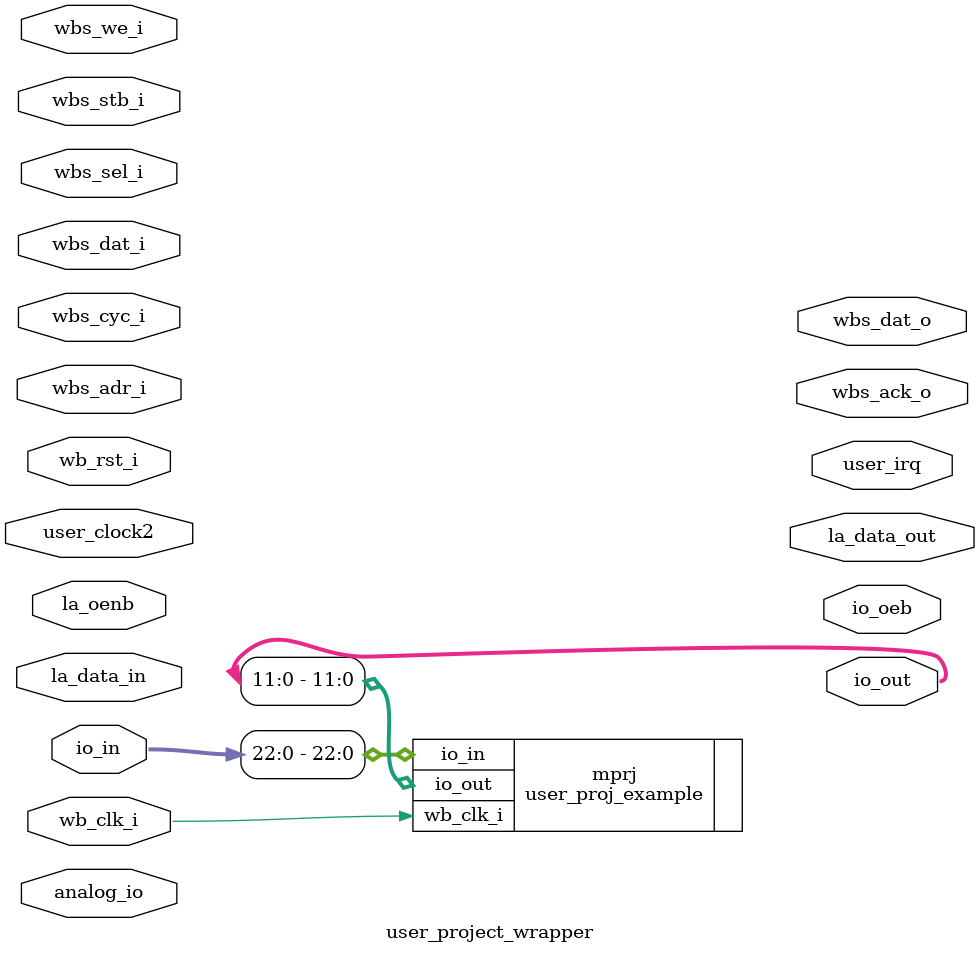
<source format=v>
module user_project_wrapper (user_clock2,
    wb_clk_i,
    wb_rst_i,
    wbs_ack_o,
    wbs_cyc_i,
    wbs_stb_i,
    wbs_we_i,
    analog_io,
    io_in,
    io_oeb,
    io_out,
    la_data_in,
    la_data_out,
    la_oenb,
    user_irq,
    wbs_adr_i,
    wbs_dat_i,
    wbs_dat_o,
    wbs_sel_i);
 input user_clock2;
 input wb_clk_i;
 input wb_rst_i;
 output wbs_ack_o;
 input wbs_cyc_i;
 input wbs_stb_i;
 input wbs_we_i;
 inout [28:0] analog_io;
 input [37:0] io_in;
 output [37:0] io_oeb;
 output [37:0] io_out;
 input [127:0] la_data_in;
 output [127:0] la_data_out;
 input [127:0] la_oenb;
 output [2:0] user_irq;
 input [31:0] wbs_adr_i;
 input [31:0] wbs_dat_i;
 output [31:0] wbs_dat_o;
 input [3:0] wbs_sel_i;


 user_proj_example mprj (.wb_clk_i(wb_clk_i),
    .io_in({io_in[22],
    io_in[21],
    io_in[20],
    io_in[19],
    io_in[18],
    io_in[17],
    io_in[16],
    io_in[15],
    io_in[14],
    io_in[13],
    io_in[12],
    io_in[11],
    io_in[10],
    io_in[9],
    io_in[8],
    io_in[7],
    io_in[6],
    io_in[5],
    io_in[4],
    io_in[3],
    io_in[2],
    io_in[1],
    io_in[0]}),
    .io_out({io_out[11],
    io_out[10],
    io_out[9],
    io_out[8],
    io_out[7],
    io_out[6],
    io_out[5],
    io_out[4],
    io_out[3],
    io_out[2],
    io_out[1],
    io_out[0]}));
endmodule


</source>
